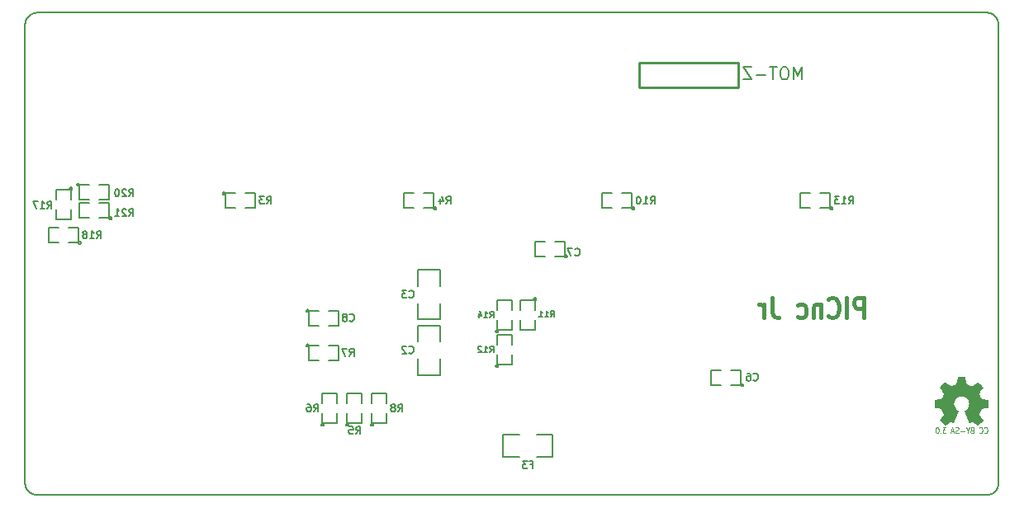
<source format=gbo>
G04 (created by PCBNEW-RS274X (2012-apr-16-27)-stable) date Friday 15,March,2013 10:09:25 PM SGT*
G01*
G70*
G90*
%MOIN*%
G04 Gerber Fmt 3.4, Leading zero omitted, Abs format*
%FSLAX34Y34*%
G04 APERTURE LIST*
%ADD10C,0.006000*%
%ADD11C,0.000100*%
%ADD12C,0.005000*%
%ADD13C,0.010000*%
%ADD14C,0.004000*%
%ADD15C,0.017500*%
%ADD16C,0.008000*%
G04 APERTURE END LIST*
G54D10*
X74500Y-51170D02*
X74543Y-51168D01*
X74586Y-51162D01*
X74629Y-51152D01*
X74671Y-51139D01*
X74711Y-51123D01*
X74750Y-51103D01*
X74786Y-51079D01*
X74821Y-51053D01*
X74853Y-51023D01*
X74883Y-50991D01*
X74909Y-50956D01*
X74933Y-50919D01*
X74953Y-50881D01*
X74969Y-50841D01*
X74982Y-50799D01*
X74992Y-50756D01*
X74998Y-50713D01*
X75000Y-50670D01*
X35700Y-50670D02*
X35702Y-50713D01*
X35708Y-50756D01*
X35718Y-50799D01*
X35731Y-50841D01*
X35747Y-50881D01*
X35767Y-50919D01*
X35791Y-50956D01*
X35817Y-50991D01*
X35847Y-51023D01*
X35879Y-51053D01*
X35914Y-51079D01*
X35951Y-51103D01*
X35989Y-51123D01*
X36029Y-51139D01*
X36071Y-51152D01*
X36114Y-51162D01*
X36157Y-51168D01*
X36200Y-51170D01*
X36200Y-31670D02*
X36157Y-31672D01*
X36114Y-31678D01*
X36071Y-31688D01*
X36029Y-31701D01*
X35989Y-31717D01*
X35951Y-31737D01*
X35914Y-31761D01*
X35879Y-31787D01*
X35847Y-31817D01*
X35817Y-31849D01*
X35791Y-31884D01*
X35767Y-31921D01*
X35747Y-31959D01*
X35731Y-31999D01*
X35718Y-32041D01*
X35708Y-32084D01*
X35702Y-32127D01*
X35700Y-32170D01*
X75000Y-32170D02*
X74998Y-32127D01*
X74992Y-32084D01*
X74982Y-32041D01*
X74969Y-31999D01*
X74953Y-31959D01*
X74933Y-31921D01*
X74909Y-31884D01*
X74883Y-31849D01*
X74853Y-31817D01*
X74821Y-31787D01*
X74786Y-31761D01*
X74750Y-31737D01*
X74711Y-31717D01*
X74671Y-31701D01*
X74629Y-31688D01*
X74586Y-31678D01*
X74543Y-31672D01*
X74500Y-31670D01*
X35700Y-50670D02*
X35700Y-32170D01*
X74500Y-51170D02*
X36200Y-51170D01*
X75000Y-32170D02*
X75000Y-50670D01*
X36200Y-31670D02*
X74500Y-31670D01*
G54D11*
G36*
X72836Y-48354D02*
X72848Y-48348D01*
X72873Y-48332D01*
X72910Y-48308D01*
X72953Y-48279D01*
X72997Y-48249D01*
X73032Y-48225D01*
X73057Y-48209D01*
X73068Y-48204D01*
X73073Y-48206D01*
X73094Y-48216D01*
X73124Y-48231D01*
X73141Y-48240D01*
X73169Y-48252D01*
X73182Y-48254D01*
X73185Y-48251D01*
X73195Y-48230D01*
X73210Y-48194D01*
X73231Y-48146D01*
X73255Y-48091D01*
X73280Y-48031D01*
X73306Y-47970D01*
X73330Y-47911D01*
X73351Y-47859D01*
X73368Y-47816D01*
X73380Y-47787D01*
X73384Y-47774D01*
X73383Y-47771D01*
X73369Y-47758D01*
X73345Y-47740D01*
X73293Y-47698D01*
X73242Y-47634D01*
X73211Y-47561D01*
X73200Y-47481D01*
X73209Y-47406D01*
X73239Y-47334D01*
X73289Y-47270D01*
X73349Y-47222D01*
X73420Y-47191D01*
X73500Y-47182D01*
X73576Y-47190D01*
X73649Y-47219D01*
X73714Y-47268D01*
X73741Y-47300D01*
X73779Y-47365D01*
X73800Y-47435D01*
X73803Y-47453D01*
X73799Y-47530D01*
X73777Y-47603D01*
X73736Y-47669D01*
X73680Y-47723D01*
X73673Y-47729D01*
X73646Y-47748D01*
X73629Y-47762D01*
X73615Y-47773D01*
X73713Y-48009D01*
X73729Y-48046D01*
X73756Y-48111D01*
X73779Y-48166D01*
X73798Y-48210D01*
X73811Y-48240D01*
X73817Y-48252D01*
X73818Y-48252D01*
X73826Y-48254D01*
X73844Y-48247D01*
X73877Y-48231D01*
X73899Y-48220D01*
X73924Y-48208D01*
X73935Y-48204D01*
X73945Y-48209D01*
X73969Y-48224D01*
X74004Y-48248D01*
X74046Y-48277D01*
X74086Y-48304D01*
X74123Y-48328D01*
X74150Y-48345D01*
X74163Y-48352D01*
X74165Y-48352D01*
X74177Y-48346D01*
X74198Y-48328D01*
X74230Y-48298D01*
X74276Y-48253D01*
X74283Y-48246D01*
X74320Y-48208D01*
X74350Y-48176D01*
X74371Y-48154D01*
X74378Y-48143D01*
X74378Y-48143D01*
X74371Y-48130D01*
X74354Y-48104D01*
X74330Y-48066D01*
X74300Y-48022D01*
X74222Y-47909D01*
X74265Y-47802D01*
X74278Y-47769D01*
X74295Y-47729D01*
X74307Y-47701D01*
X74313Y-47688D01*
X74325Y-47684D01*
X74354Y-47677D01*
X74397Y-47668D01*
X74448Y-47659D01*
X74496Y-47650D01*
X74539Y-47642D01*
X74571Y-47636D01*
X74585Y-47633D01*
X74589Y-47631D01*
X74591Y-47624D01*
X74593Y-47609D01*
X74594Y-47583D01*
X74595Y-47541D01*
X74595Y-47481D01*
X74595Y-47474D01*
X74594Y-47416D01*
X74593Y-47371D01*
X74592Y-47341D01*
X74590Y-47329D01*
X74590Y-47329D01*
X74576Y-47326D01*
X74545Y-47319D01*
X74502Y-47311D01*
X74450Y-47301D01*
X74446Y-47300D01*
X74395Y-47290D01*
X74351Y-47281D01*
X74321Y-47274D01*
X74308Y-47270D01*
X74305Y-47266D01*
X74295Y-47246D01*
X74280Y-47214D01*
X74263Y-47175D01*
X74246Y-47134D01*
X74231Y-47098D01*
X74221Y-47070D01*
X74218Y-47058D01*
X74219Y-47058D01*
X74226Y-47045D01*
X74244Y-47018D01*
X74269Y-46981D01*
X74300Y-46937D01*
X74302Y-46934D01*
X74332Y-46890D01*
X74356Y-46853D01*
X74372Y-46826D01*
X74378Y-46814D01*
X74378Y-46814D01*
X74368Y-46801D01*
X74346Y-46776D01*
X74314Y-46742D01*
X74275Y-46704D01*
X74263Y-46692D01*
X74221Y-46650D01*
X74191Y-46623D01*
X74173Y-46608D01*
X74164Y-46605D01*
X74163Y-46605D01*
X74150Y-46613D01*
X74123Y-46631D01*
X74085Y-46657D01*
X74041Y-46687D01*
X74038Y-46689D01*
X73994Y-46719D01*
X73957Y-46744D01*
X73931Y-46761D01*
X73920Y-46768D01*
X73918Y-46768D01*
X73900Y-46762D01*
X73869Y-46751D01*
X73831Y-46737D01*
X73790Y-46720D01*
X73754Y-46705D01*
X73726Y-46692D01*
X73713Y-46685D01*
X73713Y-46684D01*
X73708Y-46669D01*
X73700Y-46636D01*
X73691Y-46591D01*
X73681Y-46537D01*
X73679Y-46528D01*
X73669Y-46476D01*
X73661Y-46433D01*
X73655Y-46403D01*
X73652Y-46391D01*
X73644Y-46389D01*
X73619Y-46387D01*
X73580Y-46386D01*
X73533Y-46386D01*
X73484Y-46386D01*
X73435Y-46387D01*
X73394Y-46389D01*
X73364Y-46391D01*
X73352Y-46393D01*
X73352Y-46394D01*
X73347Y-46410D01*
X73340Y-46443D01*
X73331Y-46488D01*
X73320Y-46542D01*
X73318Y-46552D01*
X73309Y-46604D01*
X73300Y-46646D01*
X73294Y-46676D01*
X73290Y-46687D01*
X73286Y-46690D01*
X73264Y-46699D01*
X73229Y-46714D01*
X73186Y-46731D01*
X73086Y-46772D01*
X72963Y-46687D01*
X72951Y-46680D01*
X72907Y-46650D01*
X72871Y-46625D01*
X72846Y-46609D01*
X72835Y-46603D01*
X72834Y-46604D01*
X72822Y-46614D01*
X72798Y-46637D01*
X72764Y-46670D01*
X72726Y-46708D01*
X72697Y-46737D01*
X72663Y-46771D01*
X72642Y-46794D01*
X72630Y-46809D01*
X72626Y-46818D01*
X72627Y-46824D01*
X72635Y-46837D01*
X72653Y-46864D01*
X72678Y-46901D01*
X72708Y-46945D01*
X72733Y-46981D01*
X72759Y-47022D01*
X72777Y-47052D01*
X72783Y-47066D01*
X72781Y-47072D01*
X72773Y-47096D01*
X72758Y-47133D01*
X72740Y-47176D01*
X72697Y-47273D01*
X72633Y-47286D01*
X72594Y-47293D01*
X72540Y-47303D01*
X72489Y-47313D01*
X72408Y-47329D01*
X72405Y-47625D01*
X72417Y-47631D01*
X72429Y-47634D01*
X72459Y-47641D01*
X72502Y-47649D01*
X72552Y-47659D01*
X72595Y-47667D01*
X72639Y-47675D01*
X72670Y-47681D01*
X72684Y-47684D01*
X72687Y-47688D01*
X72698Y-47709D01*
X72713Y-47743D01*
X72730Y-47783D01*
X72748Y-47824D01*
X72763Y-47863D01*
X72774Y-47892D01*
X72778Y-47907D01*
X72772Y-47918D01*
X72755Y-47944D01*
X72731Y-47980D01*
X72702Y-48023D01*
X72673Y-48066D01*
X72648Y-48103D01*
X72631Y-48129D01*
X72623Y-48141D01*
X72627Y-48150D01*
X72644Y-48170D01*
X72677Y-48204D01*
X72725Y-48252D01*
X72733Y-48259D01*
X72771Y-48296D01*
X72804Y-48326D01*
X72826Y-48346D01*
X72836Y-48354D01*
X72836Y-48354D01*
G37*
G54D12*
X52450Y-46320D02*
X51550Y-46320D01*
X51550Y-46320D02*
X51550Y-45670D01*
X52450Y-44970D02*
X52450Y-44320D01*
X52450Y-44320D02*
X51550Y-44320D01*
X51550Y-44320D02*
X51550Y-44970D01*
X52450Y-45670D02*
X52450Y-46320D01*
X52450Y-44070D02*
X51550Y-44070D01*
X51550Y-44070D02*
X51550Y-43420D01*
X52450Y-42720D02*
X52450Y-42070D01*
X52450Y-42070D02*
X51550Y-42070D01*
X51550Y-42070D02*
X51550Y-42720D01*
X52450Y-43420D02*
X52450Y-44070D01*
X48750Y-48320D02*
X48749Y-48329D01*
X48746Y-48339D01*
X48741Y-48347D01*
X48735Y-48355D01*
X48727Y-48361D01*
X48719Y-48366D01*
X48710Y-48368D01*
X48700Y-48369D01*
X48691Y-48369D01*
X48682Y-48366D01*
X48673Y-48361D01*
X48666Y-48355D01*
X48659Y-48348D01*
X48655Y-48339D01*
X48652Y-48330D01*
X48651Y-48320D01*
X48651Y-48311D01*
X48654Y-48302D01*
X48658Y-48293D01*
X48665Y-48286D01*
X48672Y-48279D01*
X48680Y-48275D01*
X48690Y-48272D01*
X48699Y-48271D01*
X48708Y-48271D01*
X48718Y-48274D01*
X48726Y-48278D01*
X48734Y-48284D01*
X48740Y-48292D01*
X48745Y-48300D01*
X48748Y-48309D01*
X48749Y-48319D01*
X48750Y-48320D01*
X48700Y-47870D02*
X48700Y-48270D01*
X48700Y-48270D02*
X49300Y-48270D01*
X49300Y-48270D02*
X49300Y-47870D01*
X49300Y-47470D02*
X49300Y-47070D01*
X49300Y-47070D02*
X48700Y-47070D01*
X48700Y-47070D02*
X48700Y-47470D01*
X68300Y-39570D02*
X68299Y-39579D01*
X68296Y-39589D01*
X68291Y-39597D01*
X68285Y-39605D01*
X68277Y-39611D01*
X68269Y-39616D01*
X68260Y-39618D01*
X68250Y-39619D01*
X68241Y-39619D01*
X68232Y-39616D01*
X68223Y-39611D01*
X68216Y-39605D01*
X68209Y-39598D01*
X68205Y-39589D01*
X68202Y-39580D01*
X68201Y-39570D01*
X68201Y-39561D01*
X68204Y-39552D01*
X68208Y-39543D01*
X68215Y-39536D01*
X68222Y-39529D01*
X68230Y-39525D01*
X68240Y-39522D01*
X68249Y-39521D01*
X68258Y-39521D01*
X68268Y-39524D01*
X68276Y-39528D01*
X68284Y-39534D01*
X68290Y-39542D01*
X68295Y-39550D01*
X68298Y-39559D01*
X68299Y-39569D01*
X68300Y-39570D01*
X67800Y-39570D02*
X68200Y-39570D01*
X68200Y-39570D02*
X68200Y-38970D01*
X68200Y-38970D02*
X67800Y-38970D01*
X67400Y-38970D02*
X67000Y-38970D01*
X67000Y-38970D02*
X67000Y-39570D01*
X67000Y-39570D02*
X67400Y-39570D01*
X54800Y-45945D02*
X54799Y-45954D01*
X54796Y-45964D01*
X54791Y-45972D01*
X54785Y-45980D01*
X54777Y-45986D01*
X54769Y-45991D01*
X54760Y-45993D01*
X54750Y-45994D01*
X54741Y-45994D01*
X54732Y-45991D01*
X54723Y-45986D01*
X54716Y-45980D01*
X54709Y-45973D01*
X54705Y-45964D01*
X54702Y-45955D01*
X54701Y-45945D01*
X54701Y-45936D01*
X54704Y-45927D01*
X54708Y-45918D01*
X54715Y-45911D01*
X54722Y-45904D01*
X54730Y-45900D01*
X54740Y-45897D01*
X54749Y-45896D01*
X54758Y-45896D01*
X54768Y-45899D01*
X54776Y-45903D01*
X54784Y-45909D01*
X54790Y-45917D01*
X54795Y-45925D01*
X54798Y-45934D01*
X54799Y-45944D01*
X54800Y-45945D01*
X54750Y-45495D02*
X54750Y-45895D01*
X54750Y-45895D02*
X55350Y-45895D01*
X55350Y-45895D02*
X55350Y-45495D01*
X55350Y-45095D02*
X55350Y-44695D01*
X55350Y-44695D02*
X54750Y-44695D01*
X54750Y-44695D02*
X54750Y-45095D01*
X56325Y-43245D02*
X56324Y-43254D01*
X56321Y-43264D01*
X56316Y-43272D01*
X56310Y-43280D01*
X56302Y-43286D01*
X56294Y-43291D01*
X56285Y-43293D01*
X56275Y-43294D01*
X56266Y-43294D01*
X56257Y-43291D01*
X56248Y-43286D01*
X56241Y-43280D01*
X56234Y-43273D01*
X56230Y-43264D01*
X56227Y-43255D01*
X56226Y-43245D01*
X56226Y-43236D01*
X56229Y-43227D01*
X56233Y-43218D01*
X56240Y-43211D01*
X56247Y-43204D01*
X56255Y-43200D01*
X56265Y-43197D01*
X56274Y-43196D01*
X56283Y-43196D01*
X56293Y-43199D01*
X56301Y-43203D01*
X56309Y-43209D01*
X56315Y-43217D01*
X56320Y-43225D01*
X56323Y-43234D01*
X56324Y-43244D01*
X56325Y-43245D01*
X56275Y-43695D02*
X56275Y-43295D01*
X56275Y-43295D02*
X55675Y-43295D01*
X55675Y-43295D02*
X55675Y-43695D01*
X55675Y-44095D02*
X55675Y-44495D01*
X55675Y-44495D02*
X56275Y-44495D01*
X56275Y-44495D02*
X56275Y-44095D01*
X60300Y-39570D02*
X60299Y-39579D01*
X60296Y-39589D01*
X60291Y-39597D01*
X60285Y-39605D01*
X60277Y-39611D01*
X60269Y-39616D01*
X60260Y-39618D01*
X60250Y-39619D01*
X60241Y-39619D01*
X60232Y-39616D01*
X60223Y-39611D01*
X60216Y-39605D01*
X60209Y-39598D01*
X60205Y-39589D01*
X60202Y-39580D01*
X60201Y-39570D01*
X60201Y-39561D01*
X60204Y-39552D01*
X60208Y-39543D01*
X60215Y-39536D01*
X60222Y-39529D01*
X60230Y-39525D01*
X60240Y-39522D01*
X60249Y-39521D01*
X60258Y-39521D01*
X60268Y-39524D01*
X60276Y-39528D01*
X60284Y-39534D01*
X60290Y-39542D01*
X60295Y-39550D01*
X60298Y-39559D01*
X60299Y-39569D01*
X60300Y-39570D01*
X59800Y-39570D02*
X60200Y-39570D01*
X60200Y-39570D02*
X60200Y-38970D01*
X60200Y-38970D02*
X59800Y-38970D01*
X59400Y-38970D02*
X59000Y-38970D01*
X59000Y-38970D02*
X59000Y-39570D01*
X59000Y-39570D02*
X59400Y-39570D01*
X49750Y-48320D02*
X49749Y-48329D01*
X49746Y-48339D01*
X49741Y-48347D01*
X49735Y-48355D01*
X49727Y-48361D01*
X49719Y-48366D01*
X49710Y-48368D01*
X49700Y-48369D01*
X49691Y-48369D01*
X49682Y-48366D01*
X49673Y-48361D01*
X49666Y-48355D01*
X49659Y-48348D01*
X49655Y-48339D01*
X49652Y-48330D01*
X49651Y-48320D01*
X49651Y-48311D01*
X49654Y-48302D01*
X49658Y-48293D01*
X49665Y-48286D01*
X49672Y-48279D01*
X49680Y-48275D01*
X49690Y-48272D01*
X49699Y-48271D01*
X49708Y-48271D01*
X49718Y-48274D01*
X49726Y-48278D01*
X49734Y-48284D01*
X49740Y-48292D01*
X49745Y-48300D01*
X49748Y-48309D01*
X49749Y-48319D01*
X49750Y-48320D01*
X49700Y-47870D02*
X49700Y-48270D01*
X49700Y-48270D02*
X50300Y-48270D01*
X50300Y-48270D02*
X50300Y-47870D01*
X50300Y-47470D02*
X50300Y-47070D01*
X50300Y-47070D02*
X49700Y-47070D01*
X49700Y-47070D02*
X49700Y-47470D01*
X47150Y-45120D02*
X47149Y-45129D01*
X47146Y-45139D01*
X47141Y-45147D01*
X47135Y-45155D01*
X47127Y-45161D01*
X47119Y-45166D01*
X47110Y-45168D01*
X47100Y-45169D01*
X47091Y-45169D01*
X47082Y-45166D01*
X47073Y-45161D01*
X47066Y-45155D01*
X47059Y-45148D01*
X47055Y-45139D01*
X47052Y-45130D01*
X47051Y-45120D01*
X47051Y-45111D01*
X47054Y-45102D01*
X47058Y-45093D01*
X47065Y-45086D01*
X47072Y-45079D01*
X47080Y-45075D01*
X47090Y-45072D01*
X47099Y-45071D01*
X47108Y-45071D01*
X47118Y-45074D01*
X47126Y-45078D01*
X47134Y-45084D01*
X47140Y-45092D01*
X47145Y-45100D01*
X47148Y-45109D01*
X47149Y-45119D01*
X47150Y-45120D01*
X47550Y-45120D02*
X47150Y-45120D01*
X47150Y-45120D02*
X47150Y-45720D01*
X47150Y-45720D02*
X47550Y-45720D01*
X47950Y-45720D02*
X48350Y-45720D01*
X48350Y-45720D02*
X48350Y-45120D01*
X48350Y-45120D02*
X47950Y-45120D01*
X47750Y-48320D02*
X47749Y-48329D01*
X47746Y-48339D01*
X47741Y-48347D01*
X47735Y-48355D01*
X47727Y-48361D01*
X47719Y-48366D01*
X47710Y-48368D01*
X47700Y-48369D01*
X47691Y-48369D01*
X47682Y-48366D01*
X47673Y-48361D01*
X47666Y-48355D01*
X47659Y-48348D01*
X47655Y-48339D01*
X47652Y-48330D01*
X47651Y-48320D01*
X47651Y-48311D01*
X47654Y-48302D01*
X47658Y-48293D01*
X47665Y-48286D01*
X47672Y-48279D01*
X47680Y-48275D01*
X47690Y-48272D01*
X47699Y-48271D01*
X47708Y-48271D01*
X47718Y-48274D01*
X47726Y-48278D01*
X47734Y-48284D01*
X47740Y-48292D01*
X47745Y-48300D01*
X47748Y-48309D01*
X47749Y-48319D01*
X47750Y-48320D01*
X47700Y-47870D02*
X47700Y-48270D01*
X47700Y-48270D02*
X48300Y-48270D01*
X48300Y-48270D02*
X48300Y-47870D01*
X48300Y-47470D02*
X48300Y-47070D01*
X48300Y-47070D02*
X47700Y-47070D01*
X47700Y-47070D02*
X47700Y-47470D01*
X37600Y-38770D02*
X37599Y-38779D01*
X37596Y-38789D01*
X37591Y-38797D01*
X37585Y-38805D01*
X37577Y-38811D01*
X37569Y-38816D01*
X37560Y-38818D01*
X37550Y-38819D01*
X37541Y-38819D01*
X37532Y-38816D01*
X37523Y-38811D01*
X37516Y-38805D01*
X37509Y-38798D01*
X37505Y-38789D01*
X37502Y-38780D01*
X37501Y-38770D01*
X37501Y-38761D01*
X37504Y-38752D01*
X37508Y-38743D01*
X37515Y-38736D01*
X37522Y-38729D01*
X37530Y-38725D01*
X37540Y-38722D01*
X37549Y-38721D01*
X37558Y-38721D01*
X37568Y-38724D01*
X37576Y-38728D01*
X37584Y-38734D01*
X37590Y-38742D01*
X37595Y-38750D01*
X37598Y-38759D01*
X37599Y-38769D01*
X37600Y-38770D01*
X37550Y-39220D02*
X37550Y-38820D01*
X37550Y-38820D02*
X36950Y-38820D01*
X36950Y-38820D02*
X36950Y-39220D01*
X36950Y-39620D02*
X36950Y-40020D01*
X36950Y-40020D02*
X37550Y-40020D01*
X37550Y-40020D02*
X37550Y-39620D01*
X52300Y-39570D02*
X52299Y-39579D01*
X52296Y-39589D01*
X52291Y-39597D01*
X52285Y-39605D01*
X52277Y-39611D01*
X52269Y-39616D01*
X52260Y-39618D01*
X52250Y-39619D01*
X52241Y-39619D01*
X52232Y-39616D01*
X52223Y-39611D01*
X52216Y-39605D01*
X52209Y-39598D01*
X52205Y-39589D01*
X52202Y-39580D01*
X52201Y-39570D01*
X52201Y-39561D01*
X52204Y-39552D01*
X52208Y-39543D01*
X52215Y-39536D01*
X52222Y-39529D01*
X52230Y-39525D01*
X52240Y-39522D01*
X52249Y-39521D01*
X52258Y-39521D01*
X52268Y-39524D01*
X52276Y-39528D01*
X52284Y-39534D01*
X52290Y-39542D01*
X52295Y-39550D01*
X52298Y-39559D01*
X52299Y-39569D01*
X52300Y-39570D01*
X51800Y-39570D02*
X52200Y-39570D01*
X52200Y-39570D02*
X52200Y-38970D01*
X52200Y-38970D02*
X51800Y-38970D01*
X51400Y-38970D02*
X51000Y-38970D01*
X51000Y-38970D02*
X51000Y-39570D01*
X51000Y-39570D02*
X51400Y-39570D01*
X43775Y-38970D02*
X43774Y-38979D01*
X43771Y-38989D01*
X43766Y-38997D01*
X43760Y-39005D01*
X43752Y-39011D01*
X43744Y-39016D01*
X43735Y-39018D01*
X43725Y-39019D01*
X43716Y-39019D01*
X43707Y-39016D01*
X43698Y-39011D01*
X43691Y-39005D01*
X43684Y-38998D01*
X43680Y-38989D01*
X43677Y-38980D01*
X43676Y-38970D01*
X43676Y-38961D01*
X43679Y-38952D01*
X43683Y-38943D01*
X43690Y-38936D01*
X43697Y-38929D01*
X43705Y-38925D01*
X43715Y-38922D01*
X43724Y-38921D01*
X43733Y-38921D01*
X43743Y-38924D01*
X43751Y-38928D01*
X43759Y-38934D01*
X43765Y-38942D01*
X43770Y-38950D01*
X43773Y-38959D01*
X43774Y-38969D01*
X43775Y-38970D01*
X44175Y-38970D02*
X43775Y-38970D01*
X43775Y-38970D02*
X43775Y-39570D01*
X43775Y-39570D02*
X44175Y-39570D01*
X44575Y-39570D02*
X44975Y-39570D01*
X44975Y-39570D02*
X44975Y-38970D01*
X44975Y-38970D02*
X44575Y-38970D01*
X54800Y-44545D02*
X54799Y-44554D01*
X54796Y-44564D01*
X54791Y-44572D01*
X54785Y-44580D01*
X54777Y-44586D01*
X54769Y-44591D01*
X54760Y-44593D01*
X54750Y-44594D01*
X54741Y-44594D01*
X54732Y-44591D01*
X54723Y-44586D01*
X54716Y-44580D01*
X54709Y-44573D01*
X54705Y-44564D01*
X54702Y-44555D01*
X54701Y-44545D01*
X54701Y-44536D01*
X54704Y-44527D01*
X54708Y-44518D01*
X54715Y-44511D01*
X54722Y-44504D01*
X54730Y-44500D01*
X54740Y-44497D01*
X54749Y-44496D01*
X54758Y-44496D01*
X54768Y-44499D01*
X54776Y-44503D01*
X54784Y-44509D01*
X54790Y-44517D01*
X54795Y-44525D01*
X54798Y-44534D01*
X54799Y-44544D01*
X54800Y-44545D01*
X54750Y-44095D02*
X54750Y-44495D01*
X54750Y-44495D02*
X55350Y-44495D01*
X55350Y-44495D02*
X55350Y-44095D01*
X55350Y-43695D02*
X55350Y-43295D01*
X55350Y-43295D02*
X54750Y-43295D01*
X54750Y-43295D02*
X54750Y-43695D01*
X37950Y-40970D02*
X37949Y-40979D01*
X37946Y-40989D01*
X37941Y-40997D01*
X37935Y-41005D01*
X37927Y-41011D01*
X37919Y-41016D01*
X37910Y-41018D01*
X37900Y-41019D01*
X37891Y-41019D01*
X37882Y-41016D01*
X37873Y-41011D01*
X37866Y-41005D01*
X37859Y-40998D01*
X37855Y-40989D01*
X37852Y-40980D01*
X37851Y-40970D01*
X37851Y-40961D01*
X37854Y-40952D01*
X37858Y-40943D01*
X37865Y-40936D01*
X37872Y-40929D01*
X37880Y-40925D01*
X37890Y-40922D01*
X37899Y-40921D01*
X37908Y-40921D01*
X37918Y-40924D01*
X37926Y-40928D01*
X37934Y-40934D01*
X37940Y-40942D01*
X37945Y-40950D01*
X37948Y-40959D01*
X37949Y-40969D01*
X37950Y-40970D01*
X37450Y-40970D02*
X37850Y-40970D01*
X37850Y-40970D02*
X37850Y-40370D01*
X37850Y-40370D02*
X37450Y-40370D01*
X37050Y-40370D02*
X36650Y-40370D01*
X36650Y-40370D02*
X36650Y-40970D01*
X36650Y-40970D02*
X37050Y-40970D01*
X47150Y-43720D02*
X47149Y-43729D01*
X47146Y-43739D01*
X47141Y-43747D01*
X47135Y-43755D01*
X47127Y-43761D01*
X47119Y-43766D01*
X47110Y-43768D01*
X47100Y-43769D01*
X47091Y-43769D01*
X47082Y-43766D01*
X47073Y-43761D01*
X47066Y-43755D01*
X47059Y-43748D01*
X47055Y-43739D01*
X47052Y-43730D01*
X47051Y-43720D01*
X47051Y-43711D01*
X47054Y-43702D01*
X47058Y-43693D01*
X47065Y-43686D01*
X47072Y-43679D01*
X47080Y-43675D01*
X47090Y-43672D01*
X47099Y-43671D01*
X47108Y-43671D01*
X47118Y-43674D01*
X47126Y-43678D01*
X47134Y-43684D01*
X47140Y-43692D01*
X47145Y-43700D01*
X47148Y-43709D01*
X47149Y-43719D01*
X47150Y-43720D01*
X47550Y-43720D02*
X47150Y-43720D01*
X47150Y-43720D02*
X47150Y-44320D01*
X47150Y-44320D02*
X47550Y-44320D01*
X47950Y-44320D02*
X48350Y-44320D01*
X48350Y-44320D02*
X48350Y-43720D01*
X48350Y-43720D02*
X47950Y-43720D01*
X57575Y-41520D02*
X57574Y-41529D01*
X57571Y-41539D01*
X57566Y-41547D01*
X57560Y-41555D01*
X57552Y-41561D01*
X57544Y-41566D01*
X57535Y-41568D01*
X57525Y-41569D01*
X57516Y-41569D01*
X57507Y-41566D01*
X57498Y-41561D01*
X57491Y-41555D01*
X57484Y-41548D01*
X57480Y-41539D01*
X57477Y-41530D01*
X57476Y-41520D01*
X57476Y-41511D01*
X57479Y-41502D01*
X57483Y-41493D01*
X57490Y-41486D01*
X57497Y-41479D01*
X57505Y-41475D01*
X57515Y-41472D01*
X57524Y-41471D01*
X57533Y-41471D01*
X57543Y-41474D01*
X57551Y-41478D01*
X57559Y-41484D01*
X57565Y-41492D01*
X57570Y-41500D01*
X57573Y-41509D01*
X57574Y-41519D01*
X57575Y-41520D01*
X57075Y-41520D02*
X57475Y-41520D01*
X57475Y-41520D02*
X57475Y-40920D01*
X57475Y-40920D02*
X57075Y-40920D01*
X56675Y-40920D02*
X56275Y-40920D01*
X56275Y-40920D02*
X56275Y-41520D01*
X56275Y-41520D02*
X56675Y-41520D01*
X64700Y-46720D02*
X64699Y-46729D01*
X64696Y-46739D01*
X64691Y-46747D01*
X64685Y-46755D01*
X64677Y-46761D01*
X64669Y-46766D01*
X64660Y-46768D01*
X64650Y-46769D01*
X64641Y-46769D01*
X64632Y-46766D01*
X64623Y-46761D01*
X64616Y-46755D01*
X64609Y-46748D01*
X64605Y-46739D01*
X64602Y-46730D01*
X64601Y-46720D01*
X64601Y-46711D01*
X64604Y-46702D01*
X64608Y-46693D01*
X64615Y-46686D01*
X64622Y-46679D01*
X64630Y-46675D01*
X64640Y-46672D01*
X64649Y-46671D01*
X64658Y-46671D01*
X64668Y-46674D01*
X64676Y-46678D01*
X64684Y-46684D01*
X64690Y-46692D01*
X64695Y-46700D01*
X64698Y-46709D01*
X64699Y-46719D01*
X64700Y-46720D01*
X64200Y-46720D02*
X64600Y-46720D01*
X64600Y-46720D02*
X64600Y-46120D01*
X64600Y-46120D02*
X64200Y-46120D01*
X63800Y-46120D02*
X63400Y-46120D01*
X63400Y-46120D02*
X63400Y-46720D01*
X63400Y-46720D02*
X63800Y-46720D01*
G54D13*
X64500Y-33680D02*
X60500Y-33680D01*
X64500Y-34680D02*
X60500Y-34680D01*
X60500Y-34680D02*
X60500Y-33680D01*
X64500Y-33680D02*
X64500Y-34680D01*
G54D12*
X55000Y-49620D02*
X55000Y-48720D01*
X55000Y-48720D02*
X55650Y-48720D01*
X56350Y-49620D02*
X57000Y-49620D01*
X57000Y-49620D02*
X57000Y-48720D01*
X57000Y-48720D02*
X56350Y-48720D01*
X55650Y-49620D02*
X55000Y-49620D01*
X37900Y-38620D02*
X37899Y-38629D01*
X37896Y-38639D01*
X37891Y-38647D01*
X37885Y-38655D01*
X37877Y-38661D01*
X37869Y-38666D01*
X37860Y-38668D01*
X37850Y-38669D01*
X37841Y-38669D01*
X37832Y-38666D01*
X37823Y-38661D01*
X37816Y-38655D01*
X37809Y-38648D01*
X37805Y-38639D01*
X37802Y-38630D01*
X37801Y-38620D01*
X37801Y-38611D01*
X37804Y-38602D01*
X37808Y-38593D01*
X37815Y-38586D01*
X37822Y-38579D01*
X37830Y-38575D01*
X37840Y-38572D01*
X37849Y-38571D01*
X37858Y-38571D01*
X37868Y-38574D01*
X37876Y-38578D01*
X37884Y-38584D01*
X37890Y-38592D01*
X37895Y-38600D01*
X37898Y-38609D01*
X37899Y-38619D01*
X37900Y-38620D01*
X38300Y-38620D02*
X37900Y-38620D01*
X37900Y-38620D02*
X37900Y-39220D01*
X37900Y-39220D02*
X38300Y-39220D01*
X38700Y-39220D02*
X39100Y-39220D01*
X39100Y-39220D02*
X39100Y-38620D01*
X39100Y-38620D02*
X38700Y-38620D01*
X39200Y-39970D02*
X39199Y-39979D01*
X39196Y-39989D01*
X39191Y-39997D01*
X39185Y-40005D01*
X39177Y-40011D01*
X39169Y-40016D01*
X39160Y-40018D01*
X39150Y-40019D01*
X39141Y-40019D01*
X39132Y-40016D01*
X39123Y-40011D01*
X39116Y-40005D01*
X39109Y-39998D01*
X39105Y-39989D01*
X39102Y-39980D01*
X39101Y-39970D01*
X39101Y-39961D01*
X39104Y-39952D01*
X39108Y-39943D01*
X39115Y-39936D01*
X39122Y-39929D01*
X39130Y-39925D01*
X39140Y-39922D01*
X39149Y-39921D01*
X39158Y-39921D01*
X39168Y-39924D01*
X39176Y-39928D01*
X39184Y-39934D01*
X39190Y-39942D01*
X39195Y-39950D01*
X39198Y-39959D01*
X39199Y-39969D01*
X39200Y-39970D01*
X38700Y-39970D02*
X39100Y-39970D01*
X39100Y-39970D02*
X39100Y-39370D01*
X39100Y-39370D02*
X38700Y-39370D01*
X38300Y-39370D02*
X37900Y-39370D01*
X37900Y-39370D02*
X37900Y-39970D01*
X37900Y-39970D02*
X38300Y-39970D01*
G54D14*
X74417Y-48647D02*
X74427Y-48659D01*
X74455Y-48671D01*
X74474Y-48671D01*
X74503Y-48659D01*
X74522Y-48635D01*
X74531Y-48612D01*
X74541Y-48564D01*
X74541Y-48528D01*
X74531Y-48481D01*
X74522Y-48457D01*
X74503Y-48433D01*
X74474Y-48421D01*
X74455Y-48421D01*
X74427Y-48433D01*
X74417Y-48445D01*
X74217Y-48647D02*
X74227Y-48659D01*
X74255Y-48671D01*
X74274Y-48671D01*
X74303Y-48659D01*
X74322Y-48635D01*
X74331Y-48612D01*
X74341Y-48564D01*
X74341Y-48528D01*
X74331Y-48481D01*
X74322Y-48457D01*
X74303Y-48433D01*
X74274Y-48421D01*
X74255Y-48421D01*
X74227Y-48433D01*
X74217Y-48445D01*
X73913Y-48540D02*
X73884Y-48552D01*
X73875Y-48564D01*
X73865Y-48588D01*
X73865Y-48624D01*
X73875Y-48647D01*
X73884Y-48659D01*
X73903Y-48671D01*
X73979Y-48671D01*
X73979Y-48421D01*
X73913Y-48421D01*
X73894Y-48433D01*
X73884Y-48445D01*
X73875Y-48469D01*
X73875Y-48493D01*
X73884Y-48516D01*
X73894Y-48528D01*
X73913Y-48540D01*
X73979Y-48540D01*
X73741Y-48552D02*
X73741Y-48671D01*
X73808Y-48421D02*
X73741Y-48552D01*
X73675Y-48421D01*
X73608Y-48576D02*
X73456Y-48576D01*
X73370Y-48659D02*
X73341Y-48671D01*
X73294Y-48671D01*
X73275Y-48659D01*
X73265Y-48647D01*
X73256Y-48624D01*
X73256Y-48600D01*
X73265Y-48576D01*
X73275Y-48564D01*
X73294Y-48552D01*
X73332Y-48540D01*
X73351Y-48528D01*
X73360Y-48516D01*
X73370Y-48493D01*
X73370Y-48469D01*
X73360Y-48445D01*
X73351Y-48433D01*
X73332Y-48421D01*
X73284Y-48421D01*
X73256Y-48433D01*
X73180Y-48600D02*
X73085Y-48600D01*
X73199Y-48671D02*
X73132Y-48421D01*
X73066Y-48671D01*
X72866Y-48421D02*
X72743Y-48421D01*
X72809Y-48516D01*
X72781Y-48516D01*
X72762Y-48528D01*
X72752Y-48540D01*
X72743Y-48564D01*
X72743Y-48624D01*
X72752Y-48647D01*
X72762Y-48659D01*
X72781Y-48671D01*
X72838Y-48671D01*
X72857Y-48659D01*
X72866Y-48647D01*
X72657Y-48647D02*
X72648Y-48659D01*
X72657Y-48671D01*
X72667Y-48659D01*
X72657Y-48647D01*
X72657Y-48671D01*
X72524Y-48421D02*
X72505Y-48421D01*
X72486Y-48433D01*
X72477Y-48445D01*
X72467Y-48469D01*
X72458Y-48516D01*
X72458Y-48576D01*
X72467Y-48624D01*
X72477Y-48647D01*
X72486Y-48659D01*
X72505Y-48671D01*
X72524Y-48671D01*
X72543Y-48659D01*
X72553Y-48647D01*
X72562Y-48624D01*
X72572Y-48576D01*
X72572Y-48516D01*
X72562Y-48469D01*
X72553Y-48445D01*
X72543Y-48433D01*
X72524Y-48421D01*
G54D15*
X69565Y-43994D02*
X69565Y-43194D01*
X69299Y-43194D01*
X69232Y-43232D01*
X69199Y-43270D01*
X69165Y-43346D01*
X69165Y-43460D01*
X69199Y-43537D01*
X69232Y-43575D01*
X69299Y-43613D01*
X69565Y-43613D01*
X68865Y-43994D02*
X68865Y-43194D01*
X68132Y-43918D02*
X68166Y-43956D01*
X68266Y-43994D01*
X68332Y-43994D01*
X68432Y-43956D01*
X68499Y-43880D01*
X68532Y-43803D01*
X68566Y-43651D01*
X68566Y-43537D01*
X68532Y-43384D01*
X68499Y-43308D01*
X68432Y-43232D01*
X68332Y-43194D01*
X68266Y-43194D01*
X68166Y-43232D01*
X68132Y-43270D01*
X67832Y-43460D02*
X67832Y-43994D01*
X67832Y-43537D02*
X67799Y-43499D01*
X67732Y-43460D01*
X67632Y-43460D01*
X67566Y-43499D01*
X67532Y-43575D01*
X67532Y-43994D01*
X66899Y-43956D02*
X66966Y-43994D01*
X67099Y-43994D01*
X67166Y-43956D01*
X67199Y-43918D01*
X67233Y-43841D01*
X67233Y-43613D01*
X67199Y-43537D01*
X67166Y-43499D01*
X67099Y-43460D01*
X66966Y-43460D01*
X66899Y-43499D01*
X65866Y-43194D02*
X65866Y-43765D01*
X65900Y-43880D01*
X65966Y-43956D01*
X66066Y-43994D01*
X66133Y-43994D01*
X65533Y-43994D02*
X65533Y-43460D01*
X65533Y-43613D02*
X65500Y-43537D01*
X65467Y-43499D01*
X65400Y-43460D01*
X65333Y-43460D01*
G54D12*
X51200Y-45413D02*
X51214Y-45427D01*
X51257Y-45441D01*
X51286Y-45441D01*
X51329Y-45427D01*
X51357Y-45399D01*
X51372Y-45370D01*
X51386Y-45313D01*
X51386Y-45270D01*
X51372Y-45213D01*
X51357Y-45184D01*
X51329Y-45156D01*
X51286Y-45141D01*
X51257Y-45141D01*
X51214Y-45156D01*
X51200Y-45170D01*
X51086Y-45170D02*
X51072Y-45156D01*
X51043Y-45141D01*
X50972Y-45141D01*
X50943Y-45156D01*
X50929Y-45170D01*
X50914Y-45199D01*
X50914Y-45227D01*
X50929Y-45270D01*
X51100Y-45441D01*
X50914Y-45441D01*
X51200Y-43163D02*
X51214Y-43177D01*
X51257Y-43191D01*
X51286Y-43191D01*
X51329Y-43177D01*
X51357Y-43149D01*
X51372Y-43120D01*
X51386Y-43063D01*
X51386Y-43020D01*
X51372Y-42963D01*
X51357Y-42934D01*
X51329Y-42906D01*
X51286Y-42891D01*
X51257Y-42891D01*
X51214Y-42906D01*
X51200Y-42920D01*
X51100Y-42891D02*
X50914Y-42891D01*
X51014Y-43006D01*
X50972Y-43006D01*
X50943Y-43020D01*
X50929Y-43034D01*
X50914Y-43063D01*
X50914Y-43134D01*
X50929Y-43163D01*
X50943Y-43177D01*
X50972Y-43191D01*
X51057Y-43191D01*
X51086Y-43177D01*
X51100Y-43163D01*
X49050Y-48691D02*
X49150Y-48549D01*
X49222Y-48691D02*
X49222Y-48391D01*
X49107Y-48391D01*
X49079Y-48406D01*
X49064Y-48420D01*
X49050Y-48449D01*
X49050Y-48491D01*
X49064Y-48520D01*
X49079Y-48534D01*
X49107Y-48549D01*
X49222Y-48549D01*
X48779Y-48391D02*
X48922Y-48391D01*
X48936Y-48534D01*
X48922Y-48520D01*
X48893Y-48506D01*
X48822Y-48506D01*
X48793Y-48520D01*
X48779Y-48534D01*
X48764Y-48563D01*
X48764Y-48634D01*
X48779Y-48663D01*
X48793Y-48677D01*
X48822Y-48691D01*
X48893Y-48691D01*
X48922Y-48677D01*
X48936Y-48663D01*
X68943Y-39391D02*
X69043Y-39249D01*
X69115Y-39391D02*
X69115Y-39091D01*
X69000Y-39091D01*
X68972Y-39106D01*
X68957Y-39120D01*
X68943Y-39149D01*
X68943Y-39191D01*
X68957Y-39220D01*
X68972Y-39234D01*
X69000Y-39249D01*
X69115Y-39249D01*
X68657Y-39391D02*
X68829Y-39391D01*
X68743Y-39391D02*
X68743Y-39091D01*
X68772Y-39134D01*
X68800Y-39163D01*
X68829Y-39177D01*
X68557Y-39091D02*
X68371Y-39091D01*
X68471Y-39206D01*
X68429Y-39206D01*
X68400Y-39220D01*
X68386Y-39234D01*
X68371Y-39263D01*
X68371Y-39334D01*
X68386Y-39363D01*
X68400Y-39377D01*
X68429Y-39391D01*
X68514Y-39391D01*
X68543Y-39377D01*
X68557Y-39363D01*
X54461Y-45396D02*
X54544Y-45277D01*
X54603Y-45396D02*
X54603Y-45146D01*
X54508Y-45146D01*
X54484Y-45158D01*
X54473Y-45170D01*
X54461Y-45194D01*
X54461Y-45230D01*
X54473Y-45253D01*
X54484Y-45265D01*
X54508Y-45277D01*
X54603Y-45277D01*
X54223Y-45396D02*
X54365Y-45396D01*
X54294Y-45396D02*
X54294Y-45146D01*
X54318Y-45182D01*
X54342Y-45206D01*
X54365Y-45218D01*
X54127Y-45170D02*
X54115Y-45158D01*
X54092Y-45146D01*
X54032Y-45146D01*
X54008Y-45158D01*
X53996Y-45170D01*
X53985Y-45194D01*
X53985Y-45218D01*
X53996Y-45253D01*
X54139Y-45396D01*
X53985Y-45396D01*
X56911Y-43971D02*
X56994Y-43852D01*
X57053Y-43971D02*
X57053Y-43721D01*
X56958Y-43721D01*
X56934Y-43733D01*
X56923Y-43745D01*
X56911Y-43769D01*
X56911Y-43805D01*
X56923Y-43828D01*
X56934Y-43840D01*
X56958Y-43852D01*
X57053Y-43852D01*
X56673Y-43971D02*
X56815Y-43971D01*
X56744Y-43971D02*
X56744Y-43721D01*
X56768Y-43757D01*
X56792Y-43781D01*
X56815Y-43793D01*
X56435Y-43971D02*
X56577Y-43971D01*
X56506Y-43971D02*
X56506Y-43721D01*
X56530Y-43757D01*
X56554Y-43781D01*
X56577Y-43793D01*
X60943Y-39391D02*
X61043Y-39249D01*
X61115Y-39391D02*
X61115Y-39091D01*
X61000Y-39091D01*
X60972Y-39106D01*
X60957Y-39120D01*
X60943Y-39149D01*
X60943Y-39191D01*
X60957Y-39220D01*
X60972Y-39234D01*
X61000Y-39249D01*
X61115Y-39249D01*
X60657Y-39391D02*
X60829Y-39391D01*
X60743Y-39391D02*
X60743Y-39091D01*
X60772Y-39134D01*
X60800Y-39163D01*
X60829Y-39177D01*
X60471Y-39091D02*
X60443Y-39091D01*
X60414Y-39106D01*
X60400Y-39120D01*
X60386Y-39149D01*
X60371Y-39206D01*
X60371Y-39277D01*
X60386Y-39334D01*
X60400Y-39363D01*
X60414Y-39377D01*
X60443Y-39391D01*
X60471Y-39391D01*
X60500Y-39377D01*
X60514Y-39363D01*
X60529Y-39334D01*
X60543Y-39277D01*
X60543Y-39206D01*
X60529Y-39149D01*
X60514Y-39120D01*
X60500Y-39106D01*
X60471Y-39091D01*
X50750Y-47791D02*
X50850Y-47649D01*
X50922Y-47791D02*
X50922Y-47491D01*
X50807Y-47491D01*
X50779Y-47506D01*
X50764Y-47520D01*
X50750Y-47549D01*
X50750Y-47591D01*
X50764Y-47620D01*
X50779Y-47634D01*
X50807Y-47649D01*
X50922Y-47649D01*
X50579Y-47620D02*
X50607Y-47606D01*
X50622Y-47591D01*
X50636Y-47563D01*
X50636Y-47549D01*
X50622Y-47520D01*
X50607Y-47506D01*
X50579Y-47491D01*
X50522Y-47491D01*
X50493Y-47506D01*
X50479Y-47520D01*
X50464Y-47549D01*
X50464Y-47563D01*
X50479Y-47591D01*
X50493Y-47606D01*
X50522Y-47620D01*
X50579Y-47620D01*
X50607Y-47634D01*
X50622Y-47649D01*
X50636Y-47677D01*
X50636Y-47734D01*
X50622Y-47763D01*
X50607Y-47777D01*
X50579Y-47791D01*
X50522Y-47791D01*
X50493Y-47777D01*
X50479Y-47763D01*
X50464Y-47734D01*
X50464Y-47677D01*
X50479Y-47649D01*
X50493Y-47634D01*
X50522Y-47620D01*
X48800Y-45541D02*
X48900Y-45399D01*
X48972Y-45541D02*
X48972Y-45241D01*
X48857Y-45241D01*
X48829Y-45256D01*
X48814Y-45270D01*
X48800Y-45299D01*
X48800Y-45341D01*
X48814Y-45370D01*
X48829Y-45384D01*
X48857Y-45399D01*
X48972Y-45399D01*
X48700Y-45241D02*
X48500Y-45241D01*
X48629Y-45541D01*
X47350Y-47791D02*
X47450Y-47649D01*
X47522Y-47791D02*
X47522Y-47491D01*
X47407Y-47491D01*
X47379Y-47506D01*
X47364Y-47520D01*
X47350Y-47549D01*
X47350Y-47591D01*
X47364Y-47620D01*
X47379Y-47634D01*
X47407Y-47649D01*
X47522Y-47649D01*
X47093Y-47491D02*
X47150Y-47491D01*
X47179Y-47506D01*
X47193Y-47520D01*
X47222Y-47563D01*
X47236Y-47620D01*
X47236Y-47734D01*
X47222Y-47763D01*
X47207Y-47777D01*
X47179Y-47791D01*
X47122Y-47791D01*
X47093Y-47777D01*
X47079Y-47763D01*
X47064Y-47734D01*
X47064Y-47663D01*
X47079Y-47634D01*
X47093Y-47620D01*
X47122Y-47606D01*
X47179Y-47606D01*
X47207Y-47620D01*
X47222Y-47634D01*
X47236Y-47663D01*
X36593Y-39591D02*
X36693Y-39449D01*
X36765Y-39591D02*
X36765Y-39291D01*
X36650Y-39291D01*
X36622Y-39306D01*
X36607Y-39320D01*
X36593Y-39349D01*
X36593Y-39391D01*
X36607Y-39420D01*
X36622Y-39434D01*
X36650Y-39449D01*
X36765Y-39449D01*
X36307Y-39591D02*
X36479Y-39591D01*
X36393Y-39591D02*
X36393Y-39291D01*
X36422Y-39334D01*
X36450Y-39363D01*
X36479Y-39377D01*
X36207Y-39291D02*
X36007Y-39291D01*
X36136Y-39591D01*
X52700Y-39391D02*
X52800Y-39249D01*
X52872Y-39391D02*
X52872Y-39091D01*
X52757Y-39091D01*
X52729Y-39106D01*
X52714Y-39120D01*
X52700Y-39149D01*
X52700Y-39191D01*
X52714Y-39220D01*
X52729Y-39234D01*
X52757Y-39249D01*
X52872Y-39249D01*
X52443Y-39191D02*
X52443Y-39391D01*
X52514Y-39077D02*
X52586Y-39291D01*
X52400Y-39291D01*
X45450Y-39391D02*
X45550Y-39249D01*
X45622Y-39391D02*
X45622Y-39091D01*
X45507Y-39091D01*
X45479Y-39106D01*
X45464Y-39120D01*
X45450Y-39149D01*
X45450Y-39191D01*
X45464Y-39220D01*
X45479Y-39234D01*
X45507Y-39249D01*
X45622Y-39249D01*
X45350Y-39091D02*
X45164Y-39091D01*
X45264Y-39206D01*
X45222Y-39206D01*
X45193Y-39220D01*
X45179Y-39234D01*
X45164Y-39263D01*
X45164Y-39334D01*
X45179Y-39363D01*
X45193Y-39377D01*
X45222Y-39391D01*
X45307Y-39391D01*
X45336Y-39377D01*
X45350Y-39363D01*
X54461Y-43996D02*
X54544Y-43877D01*
X54603Y-43996D02*
X54603Y-43746D01*
X54508Y-43746D01*
X54484Y-43758D01*
X54473Y-43770D01*
X54461Y-43794D01*
X54461Y-43830D01*
X54473Y-43853D01*
X54484Y-43865D01*
X54508Y-43877D01*
X54603Y-43877D01*
X54223Y-43996D02*
X54365Y-43996D01*
X54294Y-43996D02*
X54294Y-43746D01*
X54318Y-43782D01*
X54342Y-43806D01*
X54365Y-43818D01*
X54008Y-43830D02*
X54008Y-43996D01*
X54068Y-43734D02*
X54127Y-43913D01*
X53973Y-43913D01*
X38593Y-40791D02*
X38693Y-40649D01*
X38765Y-40791D02*
X38765Y-40491D01*
X38650Y-40491D01*
X38622Y-40506D01*
X38607Y-40520D01*
X38593Y-40549D01*
X38593Y-40591D01*
X38607Y-40620D01*
X38622Y-40634D01*
X38650Y-40649D01*
X38765Y-40649D01*
X38307Y-40791D02*
X38479Y-40791D01*
X38393Y-40791D02*
X38393Y-40491D01*
X38422Y-40534D01*
X38450Y-40563D01*
X38479Y-40577D01*
X38136Y-40620D02*
X38164Y-40606D01*
X38179Y-40591D01*
X38193Y-40563D01*
X38193Y-40549D01*
X38179Y-40520D01*
X38164Y-40506D01*
X38136Y-40491D01*
X38079Y-40491D01*
X38050Y-40506D01*
X38036Y-40520D01*
X38021Y-40549D01*
X38021Y-40563D01*
X38036Y-40591D01*
X38050Y-40606D01*
X38079Y-40620D01*
X38136Y-40620D01*
X38164Y-40634D01*
X38179Y-40649D01*
X38193Y-40677D01*
X38193Y-40734D01*
X38179Y-40763D01*
X38164Y-40777D01*
X38136Y-40791D01*
X38079Y-40791D01*
X38050Y-40777D01*
X38036Y-40763D01*
X38021Y-40734D01*
X38021Y-40677D01*
X38036Y-40649D01*
X38050Y-40634D01*
X38079Y-40620D01*
X48800Y-44113D02*
X48814Y-44127D01*
X48857Y-44141D01*
X48886Y-44141D01*
X48929Y-44127D01*
X48957Y-44099D01*
X48972Y-44070D01*
X48986Y-44013D01*
X48986Y-43970D01*
X48972Y-43913D01*
X48957Y-43884D01*
X48929Y-43856D01*
X48886Y-43841D01*
X48857Y-43841D01*
X48814Y-43856D01*
X48800Y-43870D01*
X48629Y-43970D02*
X48657Y-43956D01*
X48672Y-43941D01*
X48686Y-43913D01*
X48686Y-43899D01*
X48672Y-43870D01*
X48657Y-43856D01*
X48629Y-43841D01*
X48572Y-43841D01*
X48543Y-43856D01*
X48529Y-43870D01*
X48514Y-43899D01*
X48514Y-43913D01*
X48529Y-43941D01*
X48543Y-43956D01*
X48572Y-43970D01*
X48629Y-43970D01*
X48657Y-43984D01*
X48672Y-43999D01*
X48686Y-44027D01*
X48686Y-44084D01*
X48672Y-44113D01*
X48657Y-44127D01*
X48629Y-44141D01*
X48572Y-44141D01*
X48543Y-44127D01*
X48529Y-44113D01*
X48514Y-44084D01*
X48514Y-44027D01*
X48529Y-43999D01*
X48543Y-43984D01*
X48572Y-43970D01*
X57900Y-41463D02*
X57914Y-41477D01*
X57957Y-41491D01*
X57986Y-41491D01*
X58029Y-41477D01*
X58057Y-41449D01*
X58072Y-41420D01*
X58086Y-41363D01*
X58086Y-41320D01*
X58072Y-41263D01*
X58057Y-41234D01*
X58029Y-41206D01*
X57986Y-41191D01*
X57957Y-41191D01*
X57914Y-41206D01*
X57900Y-41220D01*
X57800Y-41191D02*
X57600Y-41191D01*
X57729Y-41491D01*
X65100Y-46513D02*
X65114Y-46527D01*
X65157Y-46541D01*
X65186Y-46541D01*
X65229Y-46527D01*
X65257Y-46499D01*
X65272Y-46470D01*
X65286Y-46413D01*
X65286Y-46370D01*
X65272Y-46313D01*
X65257Y-46284D01*
X65229Y-46256D01*
X65186Y-46241D01*
X65157Y-46241D01*
X65114Y-46256D01*
X65100Y-46270D01*
X64843Y-46241D02*
X64900Y-46241D01*
X64929Y-46256D01*
X64943Y-46270D01*
X64972Y-46313D01*
X64986Y-46370D01*
X64986Y-46484D01*
X64972Y-46513D01*
X64957Y-46527D01*
X64929Y-46541D01*
X64872Y-46541D01*
X64843Y-46527D01*
X64829Y-46513D01*
X64814Y-46484D01*
X64814Y-46413D01*
X64829Y-46384D01*
X64843Y-46370D01*
X64872Y-46356D01*
X64929Y-46356D01*
X64957Y-46370D01*
X64972Y-46384D01*
X64986Y-46413D01*
G54D16*
X67066Y-34372D02*
X67066Y-33872D01*
X66899Y-34230D01*
X66733Y-33872D01*
X66733Y-34372D01*
X66400Y-33872D02*
X66304Y-33872D01*
X66257Y-33896D01*
X66209Y-33944D01*
X66185Y-34039D01*
X66185Y-34206D01*
X66209Y-34301D01*
X66257Y-34349D01*
X66304Y-34372D01*
X66400Y-34372D01*
X66447Y-34349D01*
X66495Y-34301D01*
X66519Y-34206D01*
X66519Y-34039D01*
X66495Y-33944D01*
X66447Y-33896D01*
X66400Y-33872D01*
X66042Y-33872D02*
X65757Y-33872D01*
X65900Y-34372D02*
X65900Y-33872D01*
X65590Y-34182D02*
X65209Y-34182D01*
X65019Y-33872D02*
X64685Y-33872D01*
X65019Y-34372D01*
X64685Y-34372D01*
G54D12*
X56100Y-49934D02*
X56200Y-49934D01*
X56200Y-50091D02*
X56200Y-49791D01*
X56057Y-49791D01*
X55971Y-49791D02*
X55785Y-49791D01*
X55885Y-49906D01*
X55843Y-49906D01*
X55814Y-49920D01*
X55800Y-49934D01*
X55785Y-49963D01*
X55785Y-50034D01*
X55800Y-50063D01*
X55814Y-50077D01*
X55843Y-50091D01*
X55928Y-50091D01*
X55957Y-50077D01*
X55971Y-50063D01*
X39893Y-39091D02*
X39993Y-38949D01*
X40065Y-39091D02*
X40065Y-38791D01*
X39950Y-38791D01*
X39922Y-38806D01*
X39907Y-38820D01*
X39893Y-38849D01*
X39893Y-38891D01*
X39907Y-38920D01*
X39922Y-38934D01*
X39950Y-38949D01*
X40065Y-38949D01*
X39779Y-38820D02*
X39765Y-38806D01*
X39736Y-38791D01*
X39665Y-38791D01*
X39636Y-38806D01*
X39622Y-38820D01*
X39607Y-38849D01*
X39607Y-38877D01*
X39622Y-38920D01*
X39793Y-39091D01*
X39607Y-39091D01*
X39421Y-38791D02*
X39393Y-38791D01*
X39364Y-38806D01*
X39350Y-38820D01*
X39336Y-38849D01*
X39321Y-38906D01*
X39321Y-38977D01*
X39336Y-39034D01*
X39350Y-39063D01*
X39364Y-39077D01*
X39393Y-39091D01*
X39421Y-39091D01*
X39450Y-39077D01*
X39464Y-39063D01*
X39479Y-39034D01*
X39493Y-38977D01*
X39493Y-38906D01*
X39479Y-38849D01*
X39464Y-38820D01*
X39450Y-38806D01*
X39421Y-38791D01*
X39893Y-39891D02*
X39993Y-39749D01*
X40065Y-39891D02*
X40065Y-39591D01*
X39950Y-39591D01*
X39922Y-39606D01*
X39907Y-39620D01*
X39893Y-39649D01*
X39893Y-39691D01*
X39907Y-39720D01*
X39922Y-39734D01*
X39950Y-39749D01*
X40065Y-39749D01*
X39779Y-39620D02*
X39765Y-39606D01*
X39736Y-39591D01*
X39665Y-39591D01*
X39636Y-39606D01*
X39622Y-39620D01*
X39607Y-39649D01*
X39607Y-39677D01*
X39622Y-39720D01*
X39793Y-39891D01*
X39607Y-39891D01*
X39321Y-39891D02*
X39493Y-39891D01*
X39407Y-39891D02*
X39407Y-39591D01*
X39436Y-39634D01*
X39464Y-39663D01*
X39493Y-39677D01*
M02*

</source>
